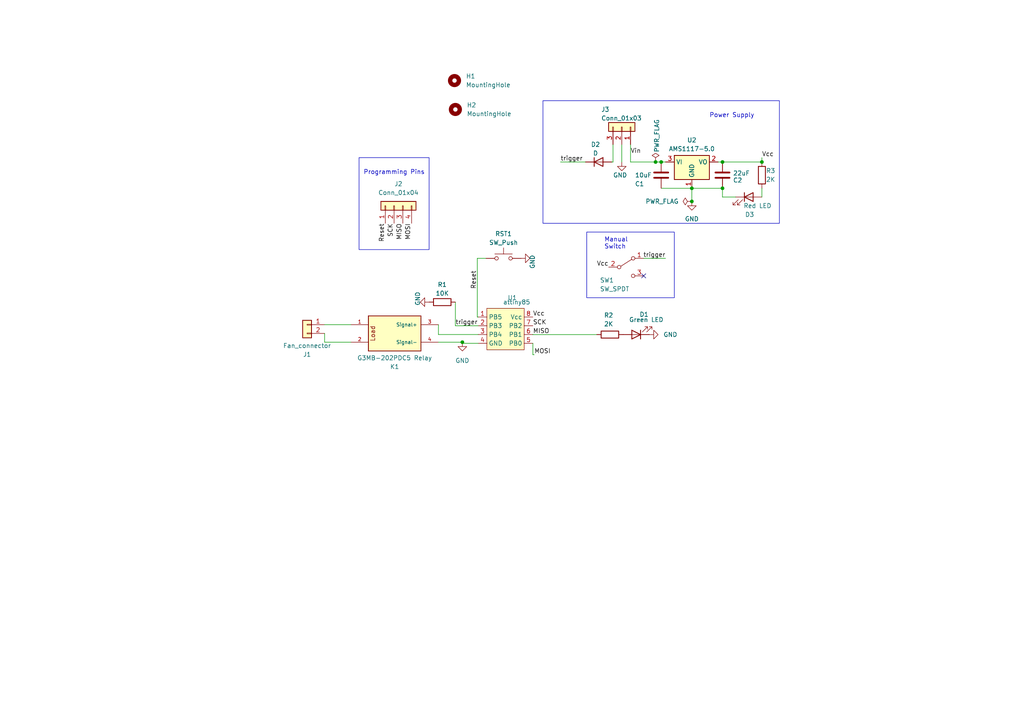
<source format=kicad_sch>
(kicad_sch (version 20230121) (generator eeschema)

  (uuid 8a62be07-884f-4ad1-9158-f35c6eb858f0)

  (paper "A4")

  (lib_symbols
    (symbol "000_Thomas_Symbols:ATTINY85" (in_bom yes) (on_board yes)
      (property "Reference" "U" (at 0 3.81 0)
        (effects (font (size 1.27 1.27)))
      )
      (property "Value" "attiny85" (at 5.842 3.81 0)
        (effects (font (size 1.27 1.27)))
      )
      (property "Footprint" "" (at 0 3.81 0)
        (effects (font (size 1.27 1.27)) hide)
      )
      (property "Datasheet" "https://ww1.microchip.com/downloads/en/DeviceDoc/Atmel-2586-AVR-8-bit-Microcontroller-ATtiny25-ATtiny45-ATtiny85_Datasheet.pdf" (at 0 6.35 0)
        (effects (font (size 1.27 1.27)) hide)
      )
      (property "ki_fp_filters" "DIP-8_W*" (at 0 0 0)
        (effects (font (size 1.27 1.27)) hide)
      )
      (symbol "ATTINY85_1_1"
        (rectangle (start -5.08 2.54) (end 5.715 -9.525)
          (stroke (width 0) (type default))
          (fill (type background))
        )
        (pin bidirectional line (at -7.62 0 0) (length 2.54)
          (name "PB5" (effects (font (size 1.27 1.27))))
          (number "1" (effects (font (size 1.27 1.27))))
        )
        (pin bidirectional line (at -7.62 -2.54 0) (length 2.54)
          (name "PB3" (effects (font (size 1.27 1.27))))
          (number "2" (effects (font (size 1.27 1.27))))
        )
        (pin bidirectional line (at -7.62 -5.08 0) (length 2.54)
          (name "PB4" (effects (font (size 1.27 1.27))))
          (number "3" (effects (font (size 1.27 1.27))))
        )
        (pin power_in line (at -7.62 -7.62 0) (length 2.54)
          (name "GND" (effects (font (size 1.27 1.27))))
          (number "4" (effects (font (size 1.27 1.27))))
        )
        (pin bidirectional line (at 8.255 -7.62 180) (length 2.54)
          (name "PB0" (effects (font (size 1.27 1.27))))
          (number "5" (effects (font (size 1.27 1.27))))
        )
        (pin bidirectional line (at 8.255 -5.08 180) (length 2.54)
          (name "PB1" (effects (font (size 1.27 1.27))))
          (number "6" (effects (font (size 1.27 1.27))))
        )
        (pin bidirectional line (at 8.255 -2.54 180) (length 2.54)
          (name "PB2" (effects (font (size 1.27 1.27))))
          (number "7" (effects (font (size 1.27 1.27))))
        )
        (pin power_in line (at 8.255 0 180) (length 2.54)
          (name "Vcc" (effects (font (size 1.27 1.27))))
          (number "8" (effects (font (size 1.27 1.27))))
        )
      )
    )
    (symbol "000_Thomas_Symbols:G3MB-202PDC5 Relay" (pin_names (offset 1.016)) (in_bom yes) (on_board yes)
      (property "Reference" "K" (at -0.635 6.35 0)
        (effects (font (size 1.27 1.27)) (justify left bottom))
      )
      (property "Value" "G3MB-202PDC5 Relay" (at -9.525 -6.35 0)
        (effects (font (size 1.27 1.27)) (justify left top))
      )
      (property "Footprint" "000_Thomas_Footprints:G3MB-202PDC5 Relay" (at 0 12.7 0)
        (effects (font (size 1.27 1.27)) (justify bottom) hide)
      )
      (property "Datasheet" "https://media.digikey.com/pdf/Data%20Sheets/Omron%20PDFs/G3MB.pdf" (at 1.27 9.525 0)
        (effects (font (size 1.27 1.27)) hide)
      )
      (property "STANDARD" "Manufacturer Recommendations" (at 0 17.145 0)
        (effects (font (size 1.27 1.27)) (justify bottom) hide)
      )
      (property "PARTREV" "J091-E1-1A" (at 0 10.795 0)
        (effects (font (size 1.27 1.27)) (justify bottom) hide)
      )
      (property "MAXIMUM_PACKAGE_HEIGHT" "20.5mm" (at 0 14.605 0)
        (effects (font (size 1.27 1.27)) (justify bottom) hide)
      )
      (property "MANUFACTURER" "OMRON" (at 8.255 15.24 0)
        (effects (font (size 1.27 1.27)) (justify bottom) hide)
      )
      (property "ki_description" "Solid State Relay" (at 0 0 0)
        (effects (font (size 1.27 1.27)) hide)
      )
      (symbol "G3MB-202PDC5 Relay_0_0"
        (rectangle (start -7.62 5.08) (end 7.62 -5.08)
          (stroke (width 0.254) (type default))
          (fill (type background))
        )
        (pin passive line (at 12.7 2.54 180) (length 5.08)
          (name "~" (effects (font (size 1.016 1.016))))
          (number "1" (effects (font (size 1.016 1.016))))
        )
        (pin passive line (at 12.7 -2.54 180) (length 5.08)
          (name "~" (effects (font (size 1.016 1.016))))
          (number "2" (effects (font (size 1.016 1.016))))
        )
      )
      (symbol "G3MB-202PDC5 Relay_1_0"
        (pin passive line (at -12.7 2.54 0) (length 5.08)
          (name "Signal+" (effects (font (size 1.016 1.016))))
          (number "3" (effects (font (size 1.016 1.016))))
        )
        (pin passive line (at -12.7 -2.54 0) (length 5.08)
          (name "Signal-" (effects (font (size 1.016 1.016))))
          (number "4" (effects (font (size 1.016 1.016))))
        )
      )
      (symbol "G3MB-202PDC5 Relay_1_1"
        (text "Load\n" (at 6.35 0 900)
          (effects (font (size 1.27 1.27)))
        )
      )
    )
    (symbol "Connector_Generic:Conn_01x02" (pin_names (offset 1.016) hide) (in_bom yes) (on_board yes)
      (property "Reference" "J" (at 0 2.54 0)
        (effects (font (size 1.27 1.27)))
      )
      (property "Value" "Conn_01x02" (at 0 -5.08 0)
        (effects (font (size 1.27 1.27)))
      )
      (property "Footprint" "" (at 0 0 0)
        (effects (font (size 1.27 1.27)) hide)
      )
      (property "Datasheet" "~" (at 0 0 0)
        (effects (font (size 1.27 1.27)) hide)
      )
      (property "ki_keywords" "connector" (at 0 0 0)
        (effects (font (size 1.27 1.27)) hide)
      )
      (property "ki_description" "Generic connector, single row, 01x02, script generated (kicad-library-utils/schlib/autogen/connector/)" (at 0 0 0)
        (effects (font (size 1.27 1.27)) hide)
      )
      (property "ki_fp_filters" "Connector*:*_1x??_*" (at 0 0 0)
        (effects (font (size 1.27 1.27)) hide)
      )
      (symbol "Conn_01x02_1_1"
        (rectangle (start -1.27 -2.413) (end 0 -2.667)
          (stroke (width 0.1524) (type default))
          (fill (type none))
        )
        (rectangle (start -1.27 0.127) (end 0 -0.127)
          (stroke (width 0.1524) (type default))
          (fill (type none))
        )
        (rectangle (start -1.27 1.27) (end 1.27 -3.81)
          (stroke (width 0.254) (type default))
          (fill (type background))
        )
        (pin passive line (at -5.08 0 0) (length 3.81)
          (name "Pin_1" (effects (font (size 1.27 1.27))))
          (number "1" (effects (font (size 1.27 1.27))))
        )
        (pin passive line (at -5.08 -2.54 0) (length 3.81)
          (name "Pin_2" (effects (font (size 1.27 1.27))))
          (number "2" (effects (font (size 1.27 1.27))))
        )
      )
    )
    (symbol "Connector_Generic:Conn_01x03" (pin_names (offset 1.016) hide) (in_bom yes) (on_board yes)
      (property "Reference" "J" (at 0 5.08 0)
        (effects (font (size 1.27 1.27)))
      )
      (property "Value" "Conn_01x03" (at 0 -5.08 0)
        (effects (font (size 1.27 1.27)))
      )
      (property "Footprint" "" (at 0 0 0)
        (effects (font (size 1.27 1.27)) hide)
      )
      (property "Datasheet" "~" (at 0 0 0)
        (effects (font (size 1.27 1.27)) hide)
      )
      (property "ki_keywords" "connector" (at 0 0 0)
        (effects (font (size 1.27 1.27)) hide)
      )
      (property "ki_description" "Generic connector, single row, 01x03, script generated (kicad-library-utils/schlib/autogen/connector/)" (at 0 0 0)
        (effects (font (size 1.27 1.27)) hide)
      )
      (property "ki_fp_filters" "Connector*:*_1x??_*" (at 0 0 0)
        (effects (font (size 1.27 1.27)) hide)
      )
      (symbol "Conn_01x03_1_1"
        (rectangle (start -1.27 -2.413) (end 0 -2.667)
          (stroke (width 0.1524) (type default))
          (fill (type none))
        )
        (rectangle (start -1.27 0.127) (end 0 -0.127)
          (stroke (width 0.1524) (type default))
          (fill (type none))
        )
        (rectangle (start -1.27 2.667) (end 0 2.413)
          (stroke (width 0.1524) (type default))
          (fill (type none))
        )
        (rectangle (start -1.27 3.81) (end 1.27 -3.81)
          (stroke (width 0.254) (type default))
          (fill (type background))
        )
        (pin passive line (at -5.08 2.54 0) (length 3.81)
          (name "Pin_1" (effects (font (size 1.27 1.27))))
          (number "1" (effects (font (size 1.27 1.27))))
        )
        (pin passive line (at -5.08 0 0) (length 3.81)
          (name "Pin_2" (effects (font (size 1.27 1.27))))
          (number "2" (effects (font (size 1.27 1.27))))
        )
        (pin passive line (at -5.08 -2.54 0) (length 3.81)
          (name "Pin_3" (effects (font (size 1.27 1.27))))
          (number "3" (effects (font (size 1.27 1.27))))
        )
      )
    )
    (symbol "Connector_Generic:Conn_01x04" (pin_names (offset 1.016) hide) (in_bom yes) (on_board yes)
      (property "Reference" "J" (at 0 5.08 0)
        (effects (font (size 1.27 1.27)))
      )
      (property "Value" "Conn_01x04" (at 0 -7.62 0)
        (effects (font (size 1.27 1.27)))
      )
      (property "Footprint" "" (at 0 0 0)
        (effects (font (size 1.27 1.27)) hide)
      )
      (property "Datasheet" "~" (at 0 0 0)
        (effects (font (size 1.27 1.27)) hide)
      )
      (property "ki_keywords" "connector" (at 0 0 0)
        (effects (font (size 1.27 1.27)) hide)
      )
      (property "ki_description" "Generic connector, single row, 01x04, script generated (kicad-library-utils/schlib/autogen/connector/)" (at 0 0 0)
        (effects (font (size 1.27 1.27)) hide)
      )
      (property "ki_fp_filters" "Connector*:*_1x??_*" (at 0 0 0)
        (effects (font (size 1.27 1.27)) hide)
      )
      (symbol "Conn_01x04_1_1"
        (rectangle (start -1.27 -4.953) (end 0 -5.207)
          (stroke (width 0.1524) (type default))
          (fill (type none))
        )
        (rectangle (start -1.27 -2.413) (end 0 -2.667)
          (stroke (width 0.1524) (type default))
          (fill (type none))
        )
        (rectangle (start -1.27 0.127) (end 0 -0.127)
          (stroke (width 0.1524) (type default))
          (fill (type none))
        )
        (rectangle (start -1.27 2.667) (end 0 2.413)
          (stroke (width 0.1524) (type default))
          (fill (type none))
        )
        (rectangle (start -1.27 3.81) (end 1.27 -6.35)
          (stroke (width 0.254) (type default))
          (fill (type background))
        )
        (pin passive line (at -5.08 2.54 0) (length 3.81)
          (name "Pin_1" (effects (font (size 1.27 1.27))))
          (number "1" (effects (font (size 1.27 1.27))))
        )
        (pin passive line (at -5.08 0 0) (length 3.81)
          (name "Pin_2" (effects (font (size 1.27 1.27))))
          (number "2" (effects (font (size 1.27 1.27))))
        )
        (pin passive line (at -5.08 -2.54 0) (length 3.81)
          (name "Pin_3" (effects (font (size 1.27 1.27))))
          (number "3" (effects (font (size 1.27 1.27))))
        )
        (pin passive line (at -5.08 -5.08 0) (length 3.81)
          (name "Pin_4" (effects (font (size 1.27 1.27))))
          (number "4" (effects (font (size 1.27 1.27))))
        )
      )
    )
    (symbol "Device:C" (pin_numbers hide) (pin_names (offset 0.254)) (in_bom yes) (on_board yes)
      (property "Reference" "C" (at 0.635 2.54 0)
        (effects (font (size 1.27 1.27)) (justify left))
      )
      (property "Value" "C" (at 0.635 -2.54 0)
        (effects (font (size 1.27 1.27)) (justify left))
      )
      (property "Footprint" "" (at 0.9652 -3.81 0)
        (effects (font (size 1.27 1.27)) hide)
      )
      (property "Datasheet" "~" (at 0 0 0)
        (effects (font (size 1.27 1.27)) hide)
      )
      (property "ki_keywords" "cap capacitor" (at 0 0 0)
        (effects (font (size 1.27 1.27)) hide)
      )
      (property "ki_description" "Unpolarized capacitor" (at 0 0 0)
        (effects (font (size 1.27 1.27)) hide)
      )
      (property "ki_fp_filters" "C_*" (at 0 0 0)
        (effects (font (size 1.27 1.27)) hide)
      )
      (symbol "C_0_1"
        (polyline
          (pts
            (xy -2.032 -0.762)
            (xy 2.032 -0.762)
          )
          (stroke (width 0.508) (type default))
          (fill (type none))
        )
        (polyline
          (pts
            (xy -2.032 0.762)
            (xy 2.032 0.762)
          )
          (stroke (width 0.508) (type default))
          (fill (type none))
        )
      )
      (symbol "C_1_1"
        (pin passive line (at 0 3.81 270) (length 2.794)
          (name "~" (effects (font (size 1.27 1.27))))
          (number "1" (effects (font (size 1.27 1.27))))
        )
        (pin passive line (at 0 -3.81 90) (length 2.794)
          (name "~" (effects (font (size 1.27 1.27))))
          (number "2" (effects (font (size 1.27 1.27))))
        )
      )
    )
    (symbol "Device:D" (pin_numbers hide) (pin_names (offset 1.016) hide) (in_bom yes) (on_board yes)
      (property "Reference" "D" (at 0 2.54 0)
        (effects (font (size 1.27 1.27)))
      )
      (property "Value" "D" (at 0 -2.54 0)
        (effects (font (size 1.27 1.27)))
      )
      (property "Footprint" "" (at 0 0 0)
        (effects (font (size 1.27 1.27)) hide)
      )
      (property "Datasheet" "~" (at 0 0 0)
        (effects (font (size 1.27 1.27)) hide)
      )
      (property "Sim.Device" "D" (at 0 0 0)
        (effects (font (size 1.27 1.27)) hide)
      )
      (property "Sim.Pins" "1=K 2=A" (at 0 0 0)
        (effects (font (size 1.27 1.27)) hide)
      )
      (property "ki_keywords" "diode" (at 0 0 0)
        (effects (font (size 1.27 1.27)) hide)
      )
      (property "ki_description" "Diode" (at 0 0 0)
        (effects (font (size 1.27 1.27)) hide)
      )
      (property "ki_fp_filters" "TO-???* *_Diode_* *SingleDiode* D_*" (at 0 0 0)
        (effects (font (size 1.27 1.27)) hide)
      )
      (symbol "D_0_1"
        (polyline
          (pts
            (xy -1.27 1.27)
            (xy -1.27 -1.27)
          )
          (stroke (width 0.254) (type default))
          (fill (type none))
        )
        (polyline
          (pts
            (xy 1.27 0)
            (xy -1.27 0)
          )
          (stroke (width 0) (type default))
          (fill (type none))
        )
        (polyline
          (pts
            (xy 1.27 1.27)
            (xy 1.27 -1.27)
            (xy -1.27 0)
            (xy 1.27 1.27)
          )
          (stroke (width 0.254) (type default))
          (fill (type none))
        )
      )
      (symbol "D_1_1"
        (pin passive line (at -3.81 0 0) (length 2.54)
          (name "K" (effects (font (size 1.27 1.27))))
          (number "1" (effects (font (size 1.27 1.27))))
        )
        (pin passive line (at 3.81 0 180) (length 2.54)
          (name "A" (effects (font (size 1.27 1.27))))
          (number "2" (effects (font (size 1.27 1.27))))
        )
      )
    )
    (symbol "Device:LED" (pin_numbers hide) (pin_names (offset 1.016) hide) (in_bom yes) (on_board yes)
      (property "Reference" "D" (at 0 2.54 0)
        (effects (font (size 1.27 1.27)))
      )
      (property "Value" "LED" (at 0 -2.54 0)
        (effects (font (size 1.27 1.27)))
      )
      (property "Footprint" "" (at 0 0 0)
        (effects (font (size 1.27 1.27)) hide)
      )
      (property "Datasheet" "~" (at 0 0 0)
        (effects (font (size 1.27 1.27)) hide)
      )
      (property "ki_keywords" "LED diode" (at 0 0 0)
        (effects (font (size 1.27 1.27)) hide)
      )
      (property "ki_description" "Light emitting diode" (at 0 0 0)
        (effects (font (size 1.27 1.27)) hide)
      )
      (property "ki_fp_filters" "LED* LED_SMD:* LED_THT:*" (at 0 0 0)
        (effects (font (size 1.27 1.27)) hide)
      )
      (symbol "LED_0_1"
        (polyline
          (pts
            (xy -1.27 -1.27)
            (xy -1.27 1.27)
          )
          (stroke (width 0.254) (type default))
          (fill (type none))
        )
        (polyline
          (pts
            (xy -1.27 0)
            (xy 1.27 0)
          )
          (stroke (width 0) (type default))
          (fill (type none))
        )
        (polyline
          (pts
            (xy 1.27 -1.27)
            (xy 1.27 1.27)
            (xy -1.27 0)
            (xy 1.27 -1.27)
          )
          (stroke (width 0.254) (type default))
          (fill (type none))
        )
        (polyline
          (pts
            (xy -3.048 -0.762)
            (xy -4.572 -2.286)
            (xy -3.81 -2.286)
            (xy -4.572 -2.286)
            (xy -4.572 -1.524)
          )
          (stroke (width 0) (type default))
          (fill (type none))
        )
        (polyline
          (pts
            (xy -1.778 -0.762)
            (xy -3.302 -2.286)
            (xy -2.54 -2.286)
            (xy -3.302 -2.286)
            (xy -3.302 -1.524)
          )
          (stroke (width 0) (type default))
          (fill (type none))
        )
      )
      (symbol "LED_1_1"
        (pin passive line (at -3.81 0 0) (length 2.54)
          (name "K" (effects (font (size 1.27 1.27))))
          (number "1" (effects (font (size 1.27 1.27))))
        )
        (pin passive line (at 3.81 0 180) (length 2.54)
          (name "A" (effects (font (size 1.27 1.27))))
          (number "2" (effects (font (size 1.27 1.27))))
        )
      )
    )
    (symbol "Device:R" (pin_numbers hide) (pin_names (offset 0)) (in_bom yes) (on_board yes)
      (property "Reference" "R" (at 2.032 0 90)
        (effects (font (size 1.27 1.27)))
      )
      (property "Value" "R" (at 0 0 90)
        (effects (font (size 1.27 1.27)))
      )
      (property "Footprint" "" (at -1.778 0 90)
        (effects (font (size 1.27 1.27)) hide)
      )
      (property "Datasheet" "~" (at 0 0 0)
        (effects (font (size 1.27 1.27)) hide)
      )
      (property "ki_keywords" "R res resistor" (at 0 0 0)
        (effects (font (size 1.27 1.27)) hide)
      )
      (property "ki_description" "Resistor" (at 0 0 0)
        (effects (font (size 1.27 1.27)) hide)
      )
      (property "ki_fp_filters" "R_*" (at 0 0 0)
        (effects (font (size 1.27 1.27)) hide)
      )
      (symbol "R_0_1"
        (rectangle (start -1.016 -2.54) (end 1.016 2.54)
          (stroke (width 0.254) (type default))
          (fill (type none))
        )
      )
      (symbol "R_1_1"
        (pin passive line (at 0 3.81 270) (length 1.27)
          (name "~" (effects (font (size 1.27 1.27))))
          (number "1" (effects (font (size 1.27 1.27))))
        )
        (pin passive line (at 0 -3.81 90) (length 1.27)
          (name "~" (effects (font (size 1.27 1.27))))
          (number "2" (effects (font (size 1.27 1.27))))
        )
      )
    )
    (symbol "Mechanical:MountingHole" (pin_names (offset 1.016)) (in_bom yes) (on_board yes)
      (property "Reference" "H" (at 0 5.08 0)
        (effects (font (size 1.27 1.27)))
      )
      (property "Value" "MountingHole" (at 0 3.175 0)
        (effects (font (size 1.27 1.27)))
      )
      (property "Footprint" "" (at 0 0 0)
        (effects (font (size 1.27 1.27)) hide)
      )
      (property "Datasheet" "~" (at 0 0 0)
        (effects (font (size 1.27 1.27)) hide)
      )
      (property "ki_keywords" "mounting hole" (at 0 0 0)
        (effects (font (size 1.27 1.27)) hide)
      )
      (property "ki_description" "Mounting Hole without connection" (at 0 0 0)
        (effects (font (size 1.27 1.27)) hide)
      )
      (property "ki_fp_filters" "MountingHole*" (at 0 0 0)
        (effects (font (size 1.27 1.27)) hide)
      )
      (symbol "MountingHole_0_1"
        (circle (center 0 0) (radius 1.27)
          (stroke (width 1.27) (type default))
          (fill (type none))
        )
      )
    )
    (symbol "Regulator_Linear:AMS1117-5.0" (in_bom yes) (on_board yes)
      (property "Reference" "U" (at -3.81 3.175 0)
        (effects (font (size 1.27 1.27)))
      )
      (property "Value" "AMS1117-5.0" (at 0 3.175 0)
        (effects (font (size 1.27 1.27)) (justify left))
      )
      (property "Footprint" "Package_TO_SOT_SMD:SOT-223-3_TabPin2" (at 0 5.08 0)
        (effects (font (size 1.27 1.27)) hide)
      )
      (property "Datasheet" "http://www.advanced-monolithic.com/pdf/ds1117.pdf" (at 2.54 -6.35 0)
        (effects (font (size 1.27 1.27)) hide)
      )
      (property "ki_keywords" "linear regulator ldo fixed positive" (at 0 0 0)
        (effects (font (size 1.27 1.27)) hide)
      )
      (property "ki_description" "1A Low Dropout regulator, positive, 5.0V fixed output, SOT-223" (at 0 0 0)
        (effects (font (size 1.27 1.27)) hide)
      )
      (property "ki_fp_filters" "SOT?223*TabPin2*" (at 0 0 0)
        (effects (font (size 1.27 1.27)) hide)
      )
      (symbol "AMS1117-5.0_0_1"
        (rectangle (start -5.08 -5.08) (end 5.08 1.905)
          (stroke (width 0.254) (type default))
          (fill (type background))
        )
      )
      (symbol "AMS1117-5.0_1_1"
        (pin power_in line (at 0 -7.62 90) (length 2.54)
          (name "GND" (effects (font (size 1.27 1.27))))
          (number "1" (effects (font (size 1.27 1.27))))
        )
        (pin power_out line (at 7.62 0 180) (length 2.54)
          (name "VO" (effects (font (size 1.27 1.27))))
          (number "2" (effects (font (size 1.27 1.27))))
        )
        (pin power_in line (at -7.62 0 0) (length 2.54)
          (name "VI" (effects (font (size 1.27 1.27))))
          (number "3" (effects (font (size 1.27 1.27))))
        )
      )
    )
    (symbol "Switch:SW_Push" (pin_numbers hide) (pin_names (offset 1.016) hide) (in_bom yes) (on_board yes)
      (property "Reference" "SW" (at 1.27 2.54 0)
        (effects (font (size 1.27 1.27)) (justify left))
      )
      (property "Value" "SW_Push" (at 0 -1.524 0)
        (effects (font (size 1.27 1.27)))
      )
      (property "Footprint" "" (at 0 5.08 0)
        (effects (font (size 1.27 1.27)) hide)
      )
      (property "Datasheet" "~" (at 0 5.08 0)
        (effects (font (size 1.27 1.27)) hide)
      )
      (property "ki_keywords" "switch normally-open pushbutton push-button" (at 0 0 0)
        (effects (font (size 1.27 1.27)) hide)
      )
      (property "ki_description" "Push button switch, generic, two pins" (at 0 0 0)
        (effects (font (size 1.27 1.27)) hide)
      )
      (symbol "SW_Push_0_1"
        (circle (center -2.032 0) (radius 0.508)
          (stroke (width 0) (type default))
          (fill (type none))
        )
        (polyline
          (pts
            (xy 0 1.27)
            (xy 0 3.048)
          )
          (stroke (width 0) (type default))
          (fill (type none))
        )
        (polyline
          (pts
            (xy 2.54 1.27)
            (xy -2.54 1.27)
          )
          (stroke (width 0) (type default))
          (fill (type none))
        )
        (circle (center 2.032 0) (radius 0.508)
          (stroke (width 0) (type default))
          (fill (type none))
        )
        (pin passive line (at -5.08 0 0) (length 2.54)
          (name "1" (effects (font (size 1.27 1.27))))
          (number "1" (effects (font (size 1.27 1.27))))
        )
        (pin passive line (at 5.08 0 180) (length 2.54)
          (name "2" (effects (font (size 1.27 1.27))))
          (number "2" (effects (font (size 1.27 1.27))))
        )
      )
    )
    (symbol "Switch:SW_SPDT" (pin_names (offset 0) hide) (in_bom yes) (on_board yes)
      (property "Reference" "SW" (at 0 4.318 0)
        (effects (font (size 1.27 1.27)))
      )
      (property "Value" "SW_SPDT" (at 0 -5.08 0)
        (effects (font (size 1.27 1.27)))
      )
      (property "Footprint" "" (at 0 0 0)
        (effects (font (size 1.27 1.27)) hide)
      )
      (property "Datasheet" "~" (at 0 0 0)
        (effects (font (size 1.27 1.27)) hide)
      )
      (property "ki_keywords" "switch single-pole double-throw spdt ON-ON" (at 0 0 0)
        (effects (font (size 1.27 1.27)) hide)
      )
      (property "ki_description" "Switch, single pole double throw" (at 0 0 0)
        (effects (font (size 1.27 1.27)) hide)
      )
      (symbol "SW_SPDT_0_0"
        (circle (center -2.032 0) (radius 0.508)
          (stroke (width 0) (type default))
          (fill (type none))
        )
        (circle (center 2.032 -2.54) (radius 0.508)
          (stroke (width 0) (type default))
          (fill (type none))
        )
      )
      (symbol "SW_SPDT_0_1"
        (polyline
          (pts
            (xy -1.524 0.254)
            (xy 1.651 2.286)
          )
          (stroke (width 0) (type default))
          (fill (type none))
        )
        (circle (center 2.032 2.54) (radius 0.508)
          (stroke (width 0) (type default))
          (fill (type none))
        )
      )
      (symbol "SW_SPDT_1_1"
        (pin passive line (at 5.08 2.54 180) (length 2.54)
          (name "A" (effects (font (size 1.27 1.27))))
          (number "1" (effects (font (size 1.27 1.27))))
        )
        (pin passive line (at -5.08 0 0) (length 2.54)
          (name "B" (effects (font (size 1.27 1.27))))
          (number "2" (effects (font (size 1.27 1.27))))
        )
        (pin passive line (at 5.08 -2.54 180) (length 2.54)
          (name "C" (effects (font (size 1.27 1.27))))
          (number "3" (effects (font (size 1.27 1.27))))
        )
      )
    )
    (symbol "power:GND" (power) (pin_names (offset 0)) (in_bom yes) (on_board yes)
      (property "Reference" "#PWR" (at 0 -6.35 0)
        (effects (font (size 1.27 1.27)) hide)
      )
      (property "Value" "GND" (at 0 -3.81 0)
        (effects (font (size 1.27 1.27)))
      )
      (property "Footprint" "" (at 0 0 0)
        (effects (font (size 1.27 1.27)) hide)
      )
      (property "Datasheet" "" (at 0 0 0)
        (effects (font (size 1.27 1.27)) hide)
      )
      (property "ki_keywords" "global power" (at 0 0 0)
        (effects (font (size 1.27 1.27)) hide)
      )
      (property "ki_description" "Power symbol creates a global label with name \"GND\" , ground" (at 0 0 0)
        (effects (font (size 1.27 1.27)) hide)
      )
      (symbol "GND_0_1"
        (polyline
          (pts
            (xy 0 0)
            (xy 0 -1.27)
            (xy 1.27 -1.27)
            (xy 0 -2.54)
            (xy -1.27 -1.27)
            (xy 0 -1.27)
          )
          (stroke (width 0) (type default))
          (fill (type none))
        )
      )
      (symbol "GND_1_1"
        (pin power_in line (at 0 0 270) (length 0) hide
          (name "GND" (effects (font (size 1.27 1.27))))
          (number "1" (effects (font (size 1.27 1.27))))
        )
      )
    )
    (symbol "power:PWR_FLAG" (power) (pin_numbers hide) (pin_names (offset 0) hide) (in_bom yes) (on_board yes)
      (property "Reference" "#FLG" (at 0 1.905 0)
        (effects (font (size 1.27 1.27)) hide)
      )
      (property "Value" "PWR_FLAG" (at 0 3.81 0)
        (effects (font (size 1.27 1.27)))
      )
      (property "Footprint" "" (at 0 0 0)
        (effects (font (size 1.27 1.27)) hide)
      )
      (property "Datasheet" "~" (at 0 0 0)
        (effects (font (size 1.27 1.27)) hide)
      )
      (property "ki_keywords" "flag power" (at 0 0 0)
        (effects (font (size 1.27 1.27)) hide)
      )
      (property "ki_description" "Special symbol for telling ERC where power comes from" (at 0 0 0)
        (effects (font (size 1.27 1.27)) hide)
      )
      (symbol "PWR_FLAG_0_0"
        (pin power_out line (at 0 0 90) (length 0)
          (name "pwr" (effects (font (size 1.27 1.27))))
          (number "1" (effects (font (size 1.27 1.27))))
        )
      )
      (symbol "PWR_FLAG_0_1"
        (polyline
          (pts
            (xy 0 0)
            (xy 0 1.27)
            (xy -1.016 1.905)
            (xy 0 2.54)
            (xy 1.016 1.905)
            (xy 0 1.27)
          )
          (stroke (width 0) (type default))
          (fill (type none))
        )
      )
    )
  )

  (junction (at 191.77 46.99) (diameter 0) (color 0 0 0 0)
    (uuid 028c346f-f42c-453d-8e2f-22934fec6adc)
  )
  (junction (at 190.1451 46.99) (diameter 0) (color 0 0 0 0)
    (uuid 207ccd2a-6667-402a-9724-6af34ccf44b8)
  )
  (junction (at 209.55 46.99) (diameter 0) (color 0 0 0 0)
    (uuid 3b991407-77a9-48d4-a18f-674451691512)
  )
  (junction (at 209.55 54.61) (diameter 0) (color 0 0 0 0)
    (uuid 591227e5-fcaf-4141-985f-3e3fcd3c9bca)
  )
  (junction (at 134.1011 99.2526) (diameter 0) (color 0 0 0 0)
    (uuid 85eb2c69-c35a-4a79-890a-4e3b175af4c3)
  )
  (junction (at 200.66 54.61) (diameter 0) (color 0 0 0 0)
    (uuid a8453cec-cc9f-473f-a633-5ccad2cb0392)
  )
  (junction (at 200.66 58.42) (diameter 0) (color 0 0 0 0)
    (uuid b7dbf7b7-835f-4b17-9c9a-881ed78b2a2e)
  )
  (junction (at 220.98 46.99) (diameter 0) (color 0 0 0 0)
    (uuid dace8b80-1005-43e0-98e2-c401af4ded0a)
  )

  (no_connect (at 186.69 80.01) (uuid 7f5548ce-5058-431e-b48a-ad8616ddbce7))

  (wire (pts (xy 191.77 46.99) (xy 193.04 46.99))
    (stroke (width 0) (type default))
    (uuid 07af8536-d75f-4123-8528-1c3b3a8c0b6a)
  )
  (wire (pts (xy 154.559 97.0505) (xy 154.559 97.028))
    (stroke (width 0) (type default))
    (uuid 089a0695-ff2f-49ba-bb07-9c41de852655)
  )
  (wire (pts (xy 209.55 46.99) (xy 220.98 46.99))
    (stroke (width 0) (type default))
    (uuid 0efc5e8d-5305-4d90-814b-3711474ff755)
  )
  (wire (pts (xy 162.56 46.99) (xy 169.8045 46.99))
    (stroke (width 0) (type default))
    (uuid 12cb425b-9de8-4fdf-b834-d042b04efe5c)
  )
  (wire (pts (xy 154.559 99.568) (xy 154.559 102.87))
    (stroke (width 0) (type default))
    (uuid 138e9acb-0e97-4964-82a7-c2f2d0417096)
  )
  (wire (pts (xy 186.69 74.93) (xy 193.04 74.93))
    (stroke (width 0) (type default))
    (uuid 1a37320e-087b-4cae-b7f8-c918d3dccfa0)
  )
  (wire (pts (xy 182.88 41.91) (xy 182.88 46.99))
    (stroke (width 0) (type default))
    (uuid 1de2a78c-3aba-43cc-a90f-857713a3d9c2)
  )
  (wire (pts (xy 134.1011 99.568) (xy 134.1011 99.2526))
    (stroke (width 0) (type default))
    (uuid 3916469c-4976-4c6d-92ab-00d3f24cc35f)
  )
  (wire (pts (xy 173.0921 97.0505) (xy 154.559 97.0505))
    (stroke (width 0) (type default))
    (uuid 583b3726-ebc6-4169-a69f-89c1d46f0e0f)
  )
  (wire (pts (xy 208.28 46.99) (xy 209.55 46.99))
    (stroke (width 0) (type default))
    (uuid 5ba33efc-469c-4299-a8c0-509c7777544e)
  )
  (wire (pts (xy 138.43 74.93) (xy 138.43 91.948))
    (stroke (width 0) (type default))
    (uuid 69b80cfd-58cc-41ea-9b7f-68f7285dbbda)
  )
  (wire (pts (xy 200.66 54.61) (xy 209.55 54.61))
    (stroke (width 0) (type default))
    (uuid 69bbd4ec-add9-448b-a91c-9a773c9dcf9b)
  )
  (wire (pts (xy 177.8 46.99) (xy 177.8 41.91))
    (stroke (width 0) (type default))
    (uuid 6c3c46b8-0224-4c18-91a0-37d1eabf481d)
  )
  (wire (pts (xy 127.1677 99.2526) (xy 134.1011 99.2526))
    (stroke (width 0) (type default))
    (uuid 6eaeccad-976d-42ef-911e-d47d716d3429)
  )
  (wire (pts (xy 220.98 54.61) (xy 220.98 57.15))
    (stroke (width 0) (type default))
    (uuid 727325a8-fcde-49df-8019-adfd87fc0132)
  )
  (wire (pts (xy 132.08 94.488) (xy 138.684 94.488))
    (stroke (width 0) (type default))
    (uuid 826b85b2-820c-4c26-833d-3cc3661f7100)
  )
  (wire (pts (xy 177.4245 46.99) (xy 177.8 46.99))
    (stroke (width 0) (type default))
    (uuid 8305c75a-8031-4751-9415-8d153c0f3675)
  )
  (wire (pts (xy 209.55 57.15) (xy 209.55 54.61))
    (stroke (width 0) (type default))
    (uuid 8d7206ed-008e-405e-9b18-42ff913196b4)
  )
  (wire (pts (xy 101.7677 99.2526) (xy 94.1477 99.2526))
    (stroke (width 0) (type default))
    (uuid 8f1cf7de-5bd8-45e5-87f0-3e79f0dc70fd)
  )
  (wire (pts (xy 191.77 54.61) (xy 200.66 54.61))
    (stroke (width 0) (type default))
    (uuid 8fd078c9-84c6-4e9c-9ac0-6d784b894584)
  )
  (wire (pts (xy 138.684 99.568) (xy 134.1011 99.568))
    (stroke (width 0) (type default))
    (uuid 8fe3b69a-300a-416b-8aa4-0960fb61746a)
  )
  (wire (pts (xy 94.1477 94.1726) (xy 101.7677 94.1726))
    (stroke (width 0) (type default))
    (uuid 99ebe51f-3157-4c6b-b5b8-656dd447ccff)
  )
  (wire (pts (xy 127.1677 94.1726) (xy 127.1677 97.028))
    (stroke (width 0) (type default))
    (uuid a09dbbbf-e595-49e6-848e-394c3892ad1d)
  )
  (wire (pts (xy 94.1477 99.2526) (xy 94.1477 96.7126))
    (stroke (width 0) (type default))
    (uuid a7f0bf5c-1815-46ea-bbfb-6eb647d5a133)
  )
  (wire (pts (xy 138.43 74.93) (xy 140.97 74.93))
    (stroke (width 0) (type default))
    (uuid af773790-15e3-4f28-8706-dd7aea6420d3)
  )
  (wire (pts (xy 154.559 102.87) (xy 154.94 102.87))
    (stroke (width 0) (type default))
    (uuid c0492357-6e7a-4d57-ad40-8692af00b03d)
  )
  (wire (pts (xy 127.1677 97.028) (xy 138.684 97.028))
    (stroke (width 0) (type default))
    (uuid c1e31f9a-8d9b-4ab4-b55d-f35f1bf742f9)
  )
  (wire (pts (xy 190.1451 46.99) (xy 191.77 46.99))
    (stroke (width 0) (type default))
    (uuid d841b2ed-8c1e-431f-867f-b8c0f7954b7a)
  )
  (wire (pts (xy 132.08 94.488) (xy 132.08 87.63))
    (stroke (width 0) (type default))
    (uuid dfddabdd-fa09-481a-a3ed-3a03e796fd11)
  )
  (wire (pts (xy 213.36 57.15) (xy 209.55 57.15))
    (stroke (width 0) (type default))
    (uuid e0cd93c5-707b-4bb6-9b35-72cd897f4e78)
  )
  (wire (pts (xy 180.34 41.91) (xy 180.34 46.99))
    (stroke (width 0) (type default))
    (uuid e15625ee-35a8-4e18-8d79-3f328ec6177e)
  )
  (wire (pts (xy 220.98 45.72) (xy 220.98 46.99))
    (stroke (width 0) (type default))
    (uuid e1ed9df8-6b6d-4d16-9148-4544e98a1c90)
  )
  (wire (pts (xy 200.66 54.61) (xy 200.66 58.42))
    (stroke (width 0) (type default))
    (uuid e966c671-4d5d-4b38-8a10-88dcc6cbb86c)
  )
  (wire (pts (xy 182.88 46.99) (xy 190.1451 46.99))
    (stroke (width 0) (type default))
    (uuid ee1cbedc-77a4-4c4b-8a07-4169c1036287)
  )
  (wire (pts (xy 138.43 91.948) (xy 138.684 91.948))
    (stroke (width 0) (type default))
    (uuid fa2f670f-6866-4c3f-9e41-5d68791d699b)
  )

  (rectangle (start 157.48 29.21) (end 226.06 64.77)
    (stroke (width 0) (type default))
    (fill (type none))
    (uuid 266dff85-0ccc-43af-871f-0e531e1e1ca2)
  )
  (rectangle (start 104.14 45.72) (end 124.46 72.39)
    (stroke (width 0) (type default))
    (fill (type none))
    (uuid 8beae719-4d99-4702-b0ef-7f50ee594ade)
  )
  (rectangle (start 170.18 67.31) (end 195.58 86.36)
    (stroke (width 0) (type default))
    (fill (type none))
    (uuid eb01a5b3-9e63-493b-96e6-8e7f57b89fbc)
  )

  (text "Power Supply" (at 205.74 34.29 0)
    (effects (font (size 1.27 1.27)) (justify left bottom))
    (uuid 3261e935-441e-4eeb-8962-2fcba89c4904)
  )
  (text "Manual\nSwitch" (at 175.26 72.39 0)
    (effects (font (size 1.27 1.27)) (justify left bottom))
    (uuid 341a25b7-be8e-4897-abe9-35252800ea92)
  )
  (text "Programming Pins" (at 105.41 50.8 0)
    (effects (font (size 1.27 1.27)) (justify left bottom))
    (uuid f3c48e89-9d72-47bf-8378-1b426d178070)
  )

  (label "Reset" (at 111.76 64.77 270) (fields_autoplaced)
    (effects (font (size 1.27 1.27)) (justify right bottom))
    (uuid 13ddb236-2f1a-4ce5-acae-6f77c52edd7a)
  )
  (label "MOSI" (at 119.38 64.77 270) (fields_autoplaced)
    (effects (font (size 1.27 1.27)) (justify right bottom))
    (uuid 23109681-2c2f-4533-a3f8-b60c073eddd2)
  )
  (label "SCK" (at 154.559 94.488 0) (fields_autoplaced)
    (effects (font (size 1.27 1.27)) (justify left bottom))
    (uuid 24ad9020-b52c-43ab-aa5f-043858b2a289)
  )
  (label "MOSI" (at 154.94 102.87 0) (fields_autoplaced)
    (effects (font (size 1.27 1.27)) (justify left bottom))
    (uuid 3ebf37fc-62bb-4232-a644-993864f56edc)
  )
  (label "Vcc" (at 220.98 45.72 0) (fields_autoplaced)
    (effects (font (size 1.27 1.27)) (justify left bottom))
    (uuid 492bb6aa-10c6-436d-870b-60e996ef70c5)
  )
  (label "Reset" (at 138.43 83.82 90) (fields_autoplaced)
    (effects (font (size 1.27 1.27)) (justify left bottom))
    (uuid 5486ac01-126f-474d-bd5e-e7e28bee6858)
  )
  (label "SCK" (at 114.3 64.77 270) (fields_autoplaced)
    (effects (font (size 1.27 1.27)) (justify right bottom))
    (uuid 8753f8b9-9632-416b-b8b4-af0753e11871)
  )
  (label "trigger" (at 132.08 94.4661 0) (fields_autoplaced)
    (effects (font (size 1.27 1.27)) (justify left bottom))
    (uuid a89cfa60-f6c5-4eb3-8a09-2fff6f27a87f)
  )
  (label "trigger" (at 193.04 74.93 180) (fields_autoplaced)
    (effects (font (size 1.27 1.27)) (justify right bottom))
    (uuid b128fa08-e650-449d-9073-2148aedee32a)
  )
  (label "trigger" (at 162.56 46.99 0) (fields_autoplaced)
    (effects (font (size 1.27 1.27)) (justify left bottom))
    (uuid b32bebae-299b-4a81-96c8-9362f1d9a165)
  )
  (label "Vcc" (at 176.53 77.47 180) (fields_autoplaced)
    (effects (font (size 1.27 1.27)) (justify right bottom))
    (uuid b5a7dabf-792c-4ccc-ab40-e4a95b64a94a)
  )
  (label "Vin" (at 182.88 44.7737 0) (fields_autoplaced)
    (effects (font (size 1.27 1.27)) (justify left bottom))
    (uuid ced16f73-6f43-44ce-8a04-df46759b40c3)
  )
  (label "Vcc" (at 154.559 91.948 0) (fields_autoplaced)
    (effects (font (size 1.27 1.27)) (justify left bottom))
    (uuid e2b02315-3d17-4b56-8d3e-4d320e8cbbf4)
  )
  (label "MISO" (at 154.559 97.028 0) (fields_autoplaced)
    (effects (font (size 1.27 1.27)) (justify left bottom))
    (uuid eb2fad4c-2c34-42af-aeb7-2949a53a6858)
  )
  (label "MISO" (at 116.84 64.77 270) (fields_autoplaced)
    (effects (font (size 1.27 1.27)) (justify right bottom))
    (uuid ffee546c-3ae9-4d74-9f62-e1d45dfed4b2)
  )

  (symbol (lib_id "Device:R") (at 176.9021 97.0505 90) (unit 1)
    (in_bom yes) (on_board yes) (dnp no)
    (uuid 1e117539-23ab-4b54-aed5-1dd5d1df6077)
    (property "Reference" "R2" (at 176.53 91.44 90)
      (effects (font (size 1.27 1.27)))
    )
    (property "Value" "2K" (at 176.53 93.98 90)
      (effects (font (size 1.27 1.27)))
    )
    (property "Footprint" "Resistor_SMD:R_0805_2012Metric_Pad1.20x1.40mm_HandSolder" (at 176.9021 98.8285 90)
      (effects (font (size 1.27 1.27)) hide)
    )
    (property "Datasheet" "~" (at 176.9021 97.0505 0)
      (effects (font (size 1.27 1.27)) hide)
    )
    (pin "1" (uuid 17a9ac25-fa56-4197-9aff-4ffdda9dc9b4))
    (pin "2" (uuid 39392383-875f-43d2-a416-39e71e948788))
    (instances
      (project "Controller Board"
        (path "/8a62be07-884f-4ad1-9158-f35c6eb858f0"
          (reference "R2") (unit 1)
        )
      )
    )
  )

  (symbol (lib_id "power:GND") (at 134.1011 99.2526 0) (unit 1)
    (in_bom yes) (on_board yes) (dnp no) (fields_autoplaced)
    (uuid 25809ec3-f194-491b-9a5e-02302ddb6821)
    (property "Reference" "#PWR02" (at 134.1011 105.6026 0)
      (effects (font (size 1.27 1.27)) hide)
    )
    (property "Value" "GND" (at 134.1011 104.5866 0)
      (effects (font (size 1.27 1.27)))
    )
    (property "Footprint" "" (at 134.1011 99.2526 0)
      (effects (font (size 1.27 1.27)) hide)
    )
    (property "Datasheet" "" (at 134.1011 99.2526 0)
      (effects (font (size 1.27 1.27)) hide)
    )
    (pin "1" (uuid 7e554156-0cca-467b-9022-6863b995ca32))
    (instances
      (project "Controller Board"
        (path "/8a62be07-884f-4ad1-9158-f35c6eb858f0"
          (reference "#PWR02") (unit 1)
        )
      )
    )
  )

  (symbol (lib_id "Device:LED") (at 184.5221 97.0505 180) (unit 1)
    (in_bom yes) (on_board yes) (dnp no)
    (uuid 28558bd9-2d0b-4b38-93e6-1ef0961639b3)
    (property "Reference" "D1" (at 186.8081 91.2085 0)
      (effects (font (size 1.27 1.27)))
    )
    (property "Value" "Green LED" (at 187.4431 92.7325 0)
      (effects (font (size 1.27 1.27)))
    )
    (property "Footprint" "LED_SMD:LED_0805_2012Metric_Pad1.15x1.40mm_HandSolder" (at 184.5221 97.0505 0)
      (effects (font (size 1.27 1.27)) hide)
    )
    (property "Datasheet" "~" (at 184.5221 97.0505 0)
      (effects (font (size 1.27 1.27)) hide)
    )
    (pin "1" (uuid 16d3e701-428f-4c02-b69b-e4142e028b04))
    (pin "2" (uuid 306f51a9-32e6-43c3-801e-6771f5c55c6d))
    (instances
      (project "Controller Board"
        (path "/8a62be07-884f-4ad1-9158-f35c6eb858f0"
          (reference "D1") (unit 1)
        )
      )
    )
  )

  (symbol (lib_id "Regulator_Linear:AMS1117-5.0") (at 200.66 46.99 0) (unit 1)
    (in_bom yes) (on_board yes) (dnp no)
    (uuid 31bac513-9dd4-47a7-9218-01d7fae059a9)
    (property "Reference" "U2" (at 200.66 40.64 0)
      (effects (font (size 1.27 1.27)))
    )
    (property "Value" "AMS1117-5.0" (at 200.66 43.18 0)
      (effects (font (size 1.27 1.27)))
    )
    (property "Footprint" "Package_TO_SOT_SMD:SOT-223-3_TabPin2" (at 200.66 41.91 0)
      (effects (font (size 1.27 1.27)) hide)
    )
    (property "Datasheet" "http://www.advanced-monolithic.com/pdf/ds1117.pdf" (at 203.2 53.34 0)
      (effects (font (size 1.27 1.27)) hide)
    )
    (pin "1" (uuid e001cf08-b43f-4f21-9389-85fcb430f8d2))
    (pin "2" (uuid 15d769dc-6e1f-4113-91f8-71c9fa7d408d))
    (pin "3" (uuid 6529004c-04ee-4c51-aae4-05789f7a0c57))
    (instances
      (project "Controller Board"
        (path "/8a62be07-884f-4ad1-9158-f35c6eb858f0"
          (reference "U2") (unit 1)
        )
      )
    )
  )

  (symbol (lib_id "Device:C") (at 191.77 50.8 0) (mirror x) (unit 1)
    (in_bom yes) (on_board yes) (dnp no)
    (uuid 3c7a126e-a49d-42b9-9703-08a82f92c103)
    (property "Reference" "C1" (at 184.15 53.34 0)
      (effects (font (size 1.27 1.27)) (justify left))
    )
    (property "Value" "10uF" (at 184.15 50.8 0)
      (effects (font (size 1.27 1.27)) (justify left))
    )
    (property "Footprint" "Capacitor_SMD:C_0805_2012Metric_Pad1.18x1.45mm_HandSolder" (at 192.7352 46.99 0)
      (effects (font (size 1.27 1.27)) hide)
    )
    (property "Datasheet" "~" (at 191.77 50.8 0)
      (effects (font (size 1.27 1.27)) hide)
    )
    (pin "1" (uuid 95c8b34b-5f20-4fc5-8804-32c2cee63a1b))
    (pin "2" (uuid 42087d16-4e8e-4ed0-9305-92c1103be8a1))
    (instances
      (project "Controller Board"
        (path "/8a62be07-884f-4ad1-9158-f35c6eb858f0"
          (reference "C1") (unit 1)
        )
      )
    )
  )

  (symbol (lib_id "Mechanical:MountingHole") (at 131.826 23.368 0) (unit 1)
    (in_bom yes) (on_board yes) (dnp no) (fields_autoplaced)
    (uuid 405bc846-b6b6-46fc-92b2-d12cf1267ac7)
    (property "Reference" "H1" (at 135.128 22.098 0)
      (effects (font (size 1.27 1.27)) (justify left))
    )
    (property "Value" "MountingHole" (at 135.128 24.638 0)
      (effects (font (size 1.27 1.27)) (justify left))
    )
    (property "Footprint" "MountingHole:MountingHole_3.2mm_M3" (at 131.826 23.368 0)
      (effects (font (size 1.27 1.27)) hide)
    )
    (property "Datasheet" "~" (at 131.826 23.368 0)
      (effects (font (size 1.27 1.27)) hide)
    )
    (instances
      (project "Controller Board"
        (path "/8a62be07-884f-4ad1-9158-f35c6eb858f0"
          (reference "H1") (unit 1)
        )
      )
    )
  )

  (symbol (lib_id "Mechanical:MountingHole") (at 132.08 31.75 0) (unit 1)
    (in_bom yes) (on_board yes) (dnp no) (fields_autoplaced)
    (uuid 40807549-58fe-40f1-881f-a00e2ea421a2)
    (property "Reference" "H2" (at 135.382 30.48 0)
      (effects (font (size 1.27 1.27)) (justify left))
    )
    (property "Value" "MountingHole" (at 135.382 33.02 0)
      (effects (font (size 1.27 1.27)) (justify left))
    )
    (property "Footprint" "MountingHole:MountingHole_3.2mm_M3" (at 132.08 31.75 0)
      (effects (font (size 1.27 1.27)) hide)
    )
    (property "Datasheet" "~" (at 132.08 31.75 0)
      (effects (font (size 1.27 1.27)) hide)
    )
    (instances
      (project "Controller Board"
        (path "/8a62be07-884f-4ad1-9158-f35c6eb858f0"
          (reference "H2") (unit 1)
        )
      )
    )
  )

  (symbol (lib_id "Device:D") (at 173.6145 46.99 0) (unit 1)
    (in_bom yes) (on_board yes) (dnp no)
    (uuid 4d654136-3191-4c3e-a6f0-90d94d0461b3)
    (property "Reference" "D2" (at 172.72 41.91 0)
      (effects (font (size 1.27 1.27)))
    )
    (property "Value" "D" (at 172.72 44.45 0)
      (effects (font (size 1.27 1.27)))
    )
    (property "Footprint" "000_Thomas_Footprints:Diode-SOD-80" (at 173.6145 46.99 0)
      (effects (font (size 1.27 1.27)) hide)
    )
    (property "Datasheet" "~" (at 173.6145 46.99 0)
      (effects (font (size 1.27 1.27)) hide)
    )
    (property "Sim.Device" "D" (at 173.6145 46.99 0)
      (effects (font (size 1.27 1.27)) hide)
    )
    (property "Sim.Pins" "1=K 2=A" (at 173.6145 46.99 0)
      (effects (font (size 1.27 1.27)) hide)
    )
    (pin "1" (uuid b384cadd-706a-4579-a6e3-26e4970a04a4))
    (pin "2" (uuid 41e5e6e9-96e1-45b1-b42b-ab7b63a8d726))
    (instances
      (project "Controller Board"
        (path "/8a62be07-884f-4ad1-9158-f35c6eb858f0"
          (reference "D2") (unit 1)
        )
      )
    )
  )

  (symbol (lib_id "power:PWR_FLAG") (at 200.66 58.42 90) (unit 1)
    (in_bom yes) (on_board yes) (dnp no) (fields_autoplaced)
    (uuid 64b4f54a-728d-49ee-9500-b8a10bb832cf)
    (property "Reference" "#FLG02" (at 198.755 58.42 0)
      (effects (font (size 1.27 1.27)) hide)
    )
    (property "Value" "PWR_FLAG" (at 196.85 58.42 90)
      (effects (font (size 1.27 1.27)) (justify left))
    )
    (property "Footprint" "" (at 200.66 58.42 0)
      (effects (font (size 1.27 1.27)) hide)
    )
    (property "Datasheet" "~" (at 200.66 58.42 0)
      (effects (font (size 1.27 1.27)) hide)
    )
    (pin "1" (uuid 0188ab18-7493-4876-a971-a745adbf3727))
    (instances
      (project "Controller Board"
        (path "/8a62be07-884f-4ad1-9158-f35c6eb858f0"
          (reference "#FLG02") (unit 1)
        )
      )
    )
  )

  (symbol (lib_id "Connector_Generic:Conn_01x03") (at 180.34 36.83 270) (mirror x) (unit 1)
    (in_bom yes) (on_board yes) (dnp no)
    (uuid 6a96b755-630c-4929-bdf5-a4624fcc83ca)
    (property "Reference" "J3" (at 174.3655 31.75 90)
      (effects (font (size 1.27 1.27)) (justify left))
    )
    (property "Value" "Conn_01x03" (at 174.3655 34.29 90)
      (effects (font (size 1.27 1.27)) (justify left))
    )
    (property "Footprint" "Connector_JST:JST_XH_B3B-XH-A_1x03_P2.50mm_Vertical" (at 180.34 36.83 0)
      (effects (font (size 1.27 1.27)) hide)
    )
    (property "Datasheet" "~" (at 180.34 36.83 0)
      (effects (font (size 1.27 1.27)) hide)
    )
    (pin "1" (uuid 3ce69e1f-f4c2-4250-b102-fc835b7dc624))
    (pin "2" (uuid 23e642d0-27d9-4e93-b9a6-a0d3ba61f9d9))
    (pin "3" (uuid 3be01e39-2e96-4c00-98c0-68f9dfc2c26b))
    (instances
      (project "Controller Board"
        (path "/8a62be07-884f-4ad1-9158-f35c6eb858f0"
          (reference "J3") (unit 1)
        )
      )
    )
  )

  (symbol (lib_id "Connector_Generic:Conn_01x04") (at 114.3 59.69 90) (unit 1)
    (in_bom yes) (on_board yes) (dnp no) (fields_autoplaced)
    (uuid 6b8a0508-f562-4d66-9500-dfa0f028a2a1)
    (property "Reference" "J2" (at 115.57 53.34 90)
      (effects (font (size 1.27 1.27)))
    )
    (property "Value" "Conn_01x04" (at 115.57 55.88 90)
      (effects (font (size 1.27 1.27)))
    )
    (property "Footprint" "Connector_PinHeader_2.54mm:PinHeader_1x04_P2.54mm_Vertical" (at 114.3 59.69 0)
      (effects (font (size 1.27 1.27)) hide)
    )
    (property "Datasheet" "~" (at 114.3 59.69 0)
      (effects (font (size 1.27 1.27)) hide)
    )
    (pin "1" (uuid 5f8d5d4e-6e93-4374-9a99-d1987da400bc))
    (pin "2" (uuid 24de0b98-47f1-4f2a-9886-380e49ffb2ac))
    (pin "3" (uuid c19667e9-e7e7-4ed0-8b98-db8d7fb46bf5))
    (pin "4" (uuid 8bd376b3-f5e9-498b-a94e-09887c4b1457))
    (instances
      (project "Controller Board"
        (path "/8a62be07-884f-4ad1-9158-f35c6eb858f0"
          (reference "J2") (unit 1)
        )
      )
    )
  )

  (symbol (lib_id "power:GND") (at 124.46 87.63 270) (unit 1)
    (in_bom yes) (on_board yes) (dnp no)
    (uuid 744e2f95-0088-4515-a07c-530b606f854d)
    (property "Reference" "#PWR01" (at 118.11 87.63 0)
      (effects (font (size 1.27 1.27)) hide)
    )
    (property "Value" "GND" (at 121.158 86.614 0)
      (effects (font (size 1.27 1.27)))
    )
    (property "Footprint" "" (at 124.46 87.63 0)
      (effects (font (size 1.27 1.27)) hide)
    )
    (property "Datasheet" "" (at 124.46 87.63 0)
      (effects (font (size 1.27 1.27)) hide)
    )
    (pin "1" (uuid 57f6ace7-f5d1-4a11-91cf-bb3ba350c680))
    (instances
      (project "Controller Board"
        (path "/8a62be07-884f-4ad1-9158-f35c6eb858f0"
          (reference "#PWR01") (unit 1)
        )
      )
    )
  )

  (symbol (lib_id "power:PWR_FLAG") (at 190.1451 46.99 0) (unit 1)
    (in_bom yes) (on_board yes) (dnp no)
    (uuid 808b42f3-fe1a-4a5b-9443-4021a79cab6c)
    (property "Reference" "#FLG01" (at 190.1451 45.085 0)
      (effects (font (size 1.27 1.27)) hide)
    )
    (property "Value" "PWR_FLAG" (at 190.5 39.37 90)
      (effects (font (size 1.27 1.27)))
    )
    (property "Footprint" "" (at 190.1451 46.99 0)
      (effects (font (size 1.27 1.27)) hide)
    )
    (property "Datasheet" "~" (at 190.1451 46.99 0)
      (effects (font (size 1.27 1.27)) hide)
    )
    (pin "1" (uuid cf78f9cc-f291-4a00-a3a7-0b632c4de445))
    (instances
      (project "Controller Board"
        (path "/8a62be07-884f-4ad1-9158-f35c6eb858f0"
          (reference "#FLG01") (unit 1)
        )
      )
    )
  )

  (symbol (lib_id "000_Thomas_Symbols:G3MB-202PDC5 Relay") (at 114.4677 96.7126 0) (mirror y) (unit 1)
    (in_bom yes) (on_board yes) (dnp no)
    (uuid 92c87181-ce1f-4d1f-aa32-4183d10db11a)
    (property "Reference" "K1" (at 114.4677 106.3646 0)
      (effects (font (size 1.27 1.27)))
    )
    (property "Value" "G3MB-202PDC5 Relay" (at 114.4677 103.8246 0)
      (effects (font (size 1.27 1.27)))
    )
    (property "Footprint" "000_Thomas_Footprints:G3MB-202PDC5 Relay" (at 114.4677 84.0126 0)
      (effects (font (size 1.27 1.27)) (justify bottom) hide)
    )
    (property "Datasheet" "https://media.digikey.com/pdf/Data%20Sheets/Omron%20PDFs/G3MB.pdf" (at 113.1977 87.1876 0)
      (effects (font (size 1.27 1.27)) hide)
    )
    (property "STANDARD" "Manufacturer Recommendations" (at 114.4677 79.5676 0)
      (effects (font (size 1.27 1.27)) (justify bottom) hide)
    )
    (property "PARTREV" "J091-E1-1A" (at 114.4677 85.9176 0)
      (effects (font (size 1.27 1.27)) (justify bottom) hide)
    )
    (property "MAXIMUM_PACKAGE_HEIGHT" "20.5mm" (at 114.4677 82.1076 0)
      (effects (font (size 1.27 1.27)) (justify bottom) hide)
    )
    (property "MANUFACTURER" "OMRON" (at 106.2127 81.4726 0)
      (effects (font (size 1.27 1.27)) (justify bottom) hide)
    )
    (pin "1" (uuid c3f30884-0013-4c03-89e1-fe183b959722))
    (pin "2" (uuid 509e2916-2be4-4489-8272-1aa6be272e05))
    (pin "3" (uuid 98c32748-8c82-4968-94fd-5ce2da2c0949))
    (pin "4" (uuid b717565e-8198-480d-90b1-a59e3e051c4a))
    (instances
      (project "Controller Board"
        (path "/8a62be07-884f-4ad1-9158-f35c6eb858f0"
          (reference "K1") (unit 1)
        )
      )
    )
  )

  (symbol (lib_id "power:GND") (at 200.66 58.42 0) (unit 1)
    (in_bom yes) (on_board yes) (dnp no) (fields_autoplaced)
    (uuid 9db72746-8015-4ecf-85be-c44b08c35b6a)
    (property "Reference" "#PWR06" (at 200.66 64.77 0)
      (effects (font (size 1.27 1.27)) hide)
    )
    (property "Value" "GND" (at 200.66 63.5 0)
      (effects (font (size 1.27 1.27)))
    )
    (property "Footprint" "" (at 200.66 58.42 0)
      (effects (font (size 1.27 1.27)) hide)
    )
    (property "Datasheet" "" (at 200.66 58.42 0)
      (effects (font (size 1.27 1.27)) hide)
    )
    (pin "1" (uuid 17c386ed-c63a-4f70-b706-9b78cb84db9d))
    (instances
      (project "Controller Board"
        (path "/8a62be07-884f-4ad1-9158-f35c6eb858f0"
          (reference "#PWR06") (unit 1)
        )
      )
    )
  )

  (symbol (lib_id "Switch:SW_Push") (at 146.05 74.93 0) (mirror y) (unit 1)
    (in_bom yes) (on_board yes) (dnp no)
    (uuid ab301782-a2f3-4140-957a-d74704a79e4f)
    (property "Reference" "RST1" (at 146.05 67.818 0)
      (effects (font (size 1.27 1.27)))
    )
    (property "Value" "SW_Push" (at 146.05 70.358 0)
      (effects (font (size 1.27 1.27)))
    )
    (property "Footprint" "000_Thomas_Footprints:SW_PTS636_SM43J_SMTR_LFS" (at 146.05 69.85 0)
      (effects (font (size 1.27 1.27)) hide)
    )
    (property "Datasheet" "~" (at 146.05 69.85 0)
      (effects (font (size 1.27 1.27)) hide)
    )
    (pin "1" (uuid 00485288-d251-48d5-9189-cafb4fa2bcfa))
    (pin "2" (uuid 4b0cc11c-18de-4583-9b9d-b16f108f0051))
    (instances
      (project "Controller Board"
        (path "/8a62be07-884f-4ad1-9158-f35c6eb858f0"
          (reference "RST1") (unit 1)
        )
      )
    )
  )

  (symbol (lib_id "Device:LED") (at 217.17 57.15 0) (unit 1)
    (in_bom yes) (on_board yes) (dnp no)
    (uuid b0b555a8-8b96-4949-b6fb-84ceeb47dbf3)
    (property "Reference" "D3" (at 217.424 62.23 0)
      (effects (font (size 1.27 1.27)))
    )
    (property "Value" "Red LED" (at 219.71 59.69 0)
      (effects (font (size 1.27 1.27)))
    )
    (property "Footprint" "LED_SMD:LED_0805_2012Metric_Pad1.15x1.40mm_HandSolder" (at 217.17 57.15 0)
      (effects (font (size 1.27 1.27)) hide)
    )
    (property "Datasheet" "~" (at 217.17 57.15 0)
      (effects (font (size 1.27 1.27)) hide)
    )
    (pin "1" (uuid b79e5399-b402-4497-a937-38bace7a0c64))
    (pin "2" (uuid 012937c2-f0e2-4043-a1e7-ed0dd4b6d915))
    (instances
      (project "Controller Board"
        (path "/8a62be07-884f-4ad1-9158-f35c6eb858f0"
          (reference "D3") (unit 1)
        )
      )
    )
  )

  (symbol (lib_id "Device:C") (at 209.55 50.8 0) (mirror x) (unit 1)
    (in_bom yes) (on_board yes) (dnp no)
    (uuid c2e94338-a22f-404a-b03b-f4a68458f414)
    (property "Reference" "C2" (at 212.5979 52.2805 0)
      (effects (font (size 1.27 1.27)) (justify left))
    )
    (property "Value" "22uF" (at 212.5979 50.2485 0)
      (effects (font (size 1.27 1.27)) (justify left))
    )
    (property "Footprint" "Capacitor_SMD:C_0805_2012Metric_Pad1.18x1.45mm_HandSolder" (at 210.5152 46.99 0)
      (effects (font (size 1.27 1.27)) hide)
    )
    (property "Datasheet" "~" (at 209.55 50.8 0)
      (effects (font (size 1.27 1.27)) hide)
    )
    (pin "1" (uuid 6e879cfa-0207-4413-b2cf-5d460739be8e))
    (pin "2" (uuid ec4f455f-50a6-4f08-81fb-f7c9290f415f))
    (instances
      (project "Controller Board"
        (path "/8a62be07-884f-4ad1-9158-f35c6eb858f0"
          (reference "C2") (unit 1)
        )
      )
    )
  )

  (symbol (lib_id "Device:R") (at 128.27 87.63 90) (unit 1)
    (in_bom yes) (on_board yes) (dnp no)
    (uuid c36a37da-ba14-4d59-ab37-2adf4364ce00)
    (property "Reference" "R1" (at 128.27 82.55 90)
      (effects (font (size 1.27 1.27)))
    )
    (property "Value" "10K" (at 128.27 85.09 90)
      (effects (font (size 1.27 1.27)))
    )
    (property "Footprint" "Resistor_SMD:R_0805_2012Metric_Pad1.20x1.40mm_HandSolder" (at 128.27 89.408 90)
      (effects (font (size 1.27 1.27)) hide)
    )
    (property "Datasheet" "~" (at 128.27 87.63 0)
      (effects (font (size 1.27 1.27)) hide)
    )
    (pin "1" (uuid 792beba0-6835-4f67-b932-02f72c3ead63))
    (pin "2" (uuid 671f5f75-6883-4f11-9f5a-269c85147867))
    (instances
      (project "Controller Board"
        (path "/8a62be07-884f-4ad1-9158-f35c6eb858f0"
          (reference "R1") (unit 1)
        )
      )
    )
  )

  (symbol (lib_id "000_Thomas_Symbols:ATTINY85") (at 146.304 91.948 0) (unit 1)
    (in_bom yes) (on_board yes) (dnp no)
    (uuid c7da36ca-ddc0-479b-8b75-f48dc1bf894f)
    (property "Reference" "U1" (at 148.59 86.36 0)
      (effects (font (size 1.27 1.27)))
    )
    (property "Value" "attiny85" (at 149.86 87.63 0)
      (effects (font (size 1.27 1.27)))
    )
    (property "Footprint" "Package_DIP:DIP-8_W7.62mm" (at 146.304 88.138 0)
      (effects (font (size 1.27 1.27)) hide)
    )
    (property "Datasheet" "https://ww1.microchip.com/downloads/en/DeviceDoc/Atmel-2586-AVR-8-bit-Microcontroller-ATtiny25-ATtiny45-ATtiny85_Datasheet.pdf" (at 146.304 85.598 0)
      (effects (font (size 1.27 1.27)) hide)
    )
    (pin "1" (uuid e8832c85-aeb1-41fb-a26e-f1e584c7d5b7))
    (pin "2" (uuid ddd6f078-b419-4f87-8932-43504ac5f668))
    (pin "3" (uuid c5ef3bd9-3327-4948-8ed0-7f127f649b49))
    (pin "4" (uuid 65b06449-56c0-49fd-840c-d5d2e96c9bd3))
    (pin "5" (uuid e66b7955-b3cb-4cb6-a064-74675c56c2cd))
    (pin "6" (uuid 72b9e412-6cfd-4e4d-ab85-30da84e22458))
    (pin "7" (uuid 845afa3a-06f7-4c27-ba92-1e68b7bc52ce))
    (pin "8" (uuid a2e06f14-dfcf-4c29-a7c1-c460ec76a9f0))
    (instances
      (project "Controller Board"
        (path "/8a62be07-884f-4ad1-9158-f35c6eb858f0"
          (reference "U1") (unit 1)
        )
      )
    )
  )

  (symbol (lib_id "power:GND") (at 180.34 46.99 0) (mirror y) (unit 1)
    (in_bom yes) (on_board yes) (dnp no)
    (uuid c7df2292-ad7f-46e3-b5da-abd601d55404)
    (property "Reference" "#PWR05" (at 180.34 53.34 0)
      (effects (font (size 1.27 1.27)) hide)
    )
    (property "Value" "GND" (at 177.8 50.8 0)
      (effects (font (size 1.27 1.27)) (justify right))
    )
    (property "Footprint" "" (at 180.34 46.99 0)
      (effects (font (size 1.27 1.27)) hide)
    )
    (property "Datasheet" "" (at 180.34 46.99 0)
      (effects (font (size 1.27 1.27)) hide)
    )
    (pin "1" (uuid 7cfe8efe-5b3a-4e04-b70e-133280ab6d0e))
    (instances
      (project "Controller Board"
        (path "/8a62be07-884f-4ad1-9158-f35c6eb858f0"
          (reference "#PWR05") (unit 1)
        )
      )
    )
  )

  (symbol (lib_id "Device:R") (at 220.98 50.8 0) (unit 1)
    (in_bom yes) (on_board yes) (dnp no)
    (uuid d48fb0b0-e7fd-4aa6-8994-a861c6c2ea94)
    (property "Reference" "R3" (at 223.52 49.53 0)
      (effects (font (size 1.27 1.27)))
    )
    (property "Value" "2K" (at 223.52 52.07 0)
      (effects (font (size 1.27 1.27)))
    )
    (property "Footprint" "Resistor_SMD:R_0805_2012Metric_Pad1.20x1.40mm_HandSolder" (at 219.202 50.8 90)
      (effects (font (size 1.27 1.27)) hide)
    )
    (property "Datasheet" "~" (at 220.98 50.8 0)
      (effects (font (size 1.27 1.27)) hide)
    )
    (pin "1" (uuid 07e70f82-e2aa-45fb-b799-da593c9e2ea2))
    (pin "2" (uuid 952f4c2b-16e7-4f8d-a11c-f2ce3f716bec))
    (instances
      (project "Controller Board"
        (path "/8a62be07-884f-4ad1-9158-f35c6eb858f0"
          (reference "R3") (unit 1)
        )
      )
    )
  )

  (symbol (lib_id "Connector_Generic:Conn_01x02") (at 89.0677 94.1726 0) (mirror y) (unit 1)
    (in_bom yes) (on_board yes) (dnp no)
    (uuid d88ed010-0958-49e4-8755-64f8e95b88fc)
    (property "Reference" "J1" (at 89.0677 102.8086 0)
      (effects (font (size 1.27 1.27)))
    )
    (property "Value" "Fan_connector" (at 89.0677 100.2686 0)
      (effects (font (size 1.27 1.27)))
    )
    (property "Footprint" "000_Thomas_Footprints:myTerminalBlock-2_P5.08mm" (at 89.0677 94.1726 0)
      (effects (font (size 1.27 1.27)) hide)
    )
    (property "Datasheet" "~" (at 89.0677 94.1726 0)
      (effects (font (size 1.27 1.27)) hide)
    )
    (pin "1" (uuid 1caea489-6d71-4c69-98f6-233208b75f3b))
    (pin "2" (uuid 0c4c0017-8be3-4ee9-b923-ac289a8c42f6))
    (instances
      (project "Controller Board"
        (path "/8a62be07-884f-4ad1-9158-f35c6eb858f0"
          (reference "J1") (unit 1)
        )
      )
    )
  )

  (symbol (lib_id "Switch:SW_SPDT") (at 181.61 77.47 0) (unit 1)
    (in_bom yes) (on_board yes) (dnp no)
    (uuid dce66610-891c-48c2-9cf2-fadbab7d4606)
    (property "Reference" "SW1" (at 173.99 81.28 0)
      (effects (font (size 1.27 1.27)) (justify left))
    )
    (property "Value" "SW_SPDT" (at 173.99 83.82 0)
      (effects (font (size 1.27 1.27)) (justify left))
    )
    (property "Footprint" "000_Thomas_Footprints:EG1218 Slide Switch" (at 181.61 77.47 0)
      (effects (font (size 1.27 1.27)) hide)
    )
    (property "Datasheet" "~" (at 181.61 77.47 0)
      (effects (font (size 1.27 1.27)) hide)
    )
    (pin "1" (uuid 5dd01690-f777-4dff-a109-160f5f01921a))
    (pin "2" (uuid 31d3d3f5-e98f-415d-a3c1-8fc07e22bc47))
    (pin "3" (uuid cd4587fa-7231-4b6b-bfc0-06403a94084e))
    (instances
      (project "Controller Board"
        (path "/8a62be07-884f-4ad1-9158-f35c6eb858f0"
          (reference "SW1") (unit 1)
        )
      )
    )
  )

  (symbol (lib_id "power:GND") (at 188.3321 97.0505 90) (unit 1)
    (in_bom yes) (on_board yes) (dnp no) (fields_autoplaced)
    (uuid ecb67c4a-c43c-4bd6-9ef4-9897997c238f)
    (property "Reference" "#PWR04" (at 194.6821 97.0505 0)
      (effects (font (size 1.27 1.27)) hide)
    )
    (property "Value" "GND" (at 192.3961 97.0505 90)
      (effects (font (size 1.27 1.27)) (justify right))
    )
    (property "Footprint" "" (at 188.3321 97.0505 0)
      (effects (font (size 1.27 1.27)) hide)
    )
    (property "Datasheet" "" (at 188.3321 97.0505 0)
      (effects (font (size 1.27 1.27)) hide)
    )
    (pin "1" (uuid 7f166724-0c44-4095-b5c9-710c2030732b))
    (instances
      (project "Controller Board"
        (path "/8a62be07-884f-4ad1-9158-f35c6eb858f0"
          (reference "#PWR04") (unit 1)
        )
      )
    )
  )

  (symbol (lib_id "power:GND") (at 151.13 74.93 90) (unit 1)
    (in_bom yes) (on_board yes) (dnp no)
    (uuid f7f8e57c-96c0-4b15-8373-da18a6bb5c2a)
    (property "Reference" "#PWR03" (at 157.48 74.93 0)
      (effects (font (size 1.27 1.27)) hide)
    )
    (property "Value" "GND" (at 154.432 75.946 0)
      (effects (font (size 1.27 1.27)))
    )
    (property "Footprint" "" (at 151.13 74.93 0)
      (effects (font (size 1.27 1.27)) hide)
    )
    (property "Datasheet" "" (at 151.13 74.93 0)
      (effects (font (size 1.27 1.27)) hide)
    )
    (pin "1" (uuid 7ead374f-a394-431c-b908-7dc7f0416362))
    (instances
      (project "Controller Board"
        (path "/8a62be07-884f-4ad1-9158-f35c6eb858f0"
          (reference "#PWR03") (unit 1)
        )
      )
    )
  )

  (sheet_instances
    (path "/" (page "1"))
  )
)

</source>
